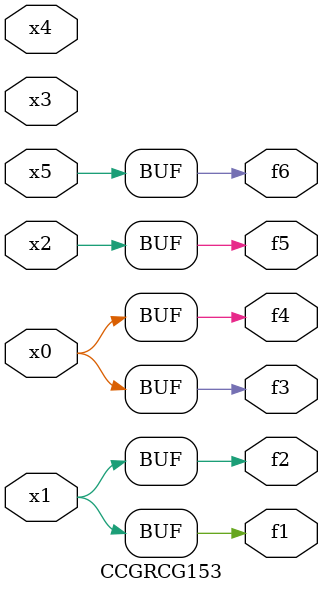
<source format=v>
module CCGRCG153(
	input x0, x1, x2, x3, x4, x5,
	output f1, f2, f3, f4, f5, f6
);
	assign f1 = x1;
	assign f2 = x1;
	assign f3 = x0;
	assign f4 = x0;
	assign f5 = x2;
	assign f6 = x5;
endmodule

</source>
